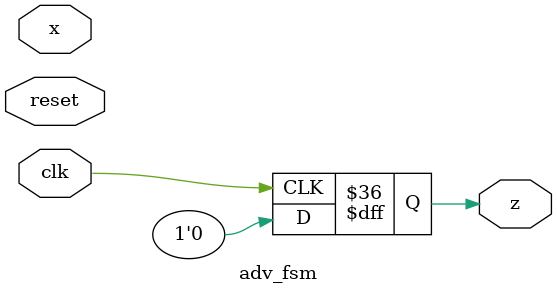
<source format=v>
module adv_fsm(
input clk,
input reset,
input x,
output z ); 
reg [1:0] present_state, next_state;
parameter IDLE=0, S1=1, S10=2, S101=3;
// output signal z is asserted to 1 when present_state is S101 
// present_state is reset to IDLE when rset is high
// otherwise it is assigned next state
// if present_state is IDLE, next_state is assigned S1 if x is 1, otherwise next_state stays at IDLE
// if present_state is S1, next_state is assigned S10 if x is 0, otherwise next_state stays at IDLE 
// if present_state is S10, next_state is assigned S101 if x is 1, otherwise next_state stays at IDLE 
// if present_state is S101, next_state is assigned IDLE


always @(posedge clk) begin
    if (reset == 1) begin
        present_state <= IDLE;
        next_state <= IDLE;
        z <= 0;
    end else begin
        present_state <= IDLE;
        next_state <= IDLE;
        z <= 0;
    end
end

always @(posedge clk) begin
    if (present_state == IDLE) begin
        if (x == 1) begin
            present_state <= S1;
            next_state <= S1;
        end else begin
            present_state <= IDLE;
            next_state <= IDLE;
        end
    end else if (present_state == S1) begin
        if (x == 0) begin
            present_state <= IDLE;
            next_state <= IDLE;
        end else begin
end
end
end
endmodule

</source>
